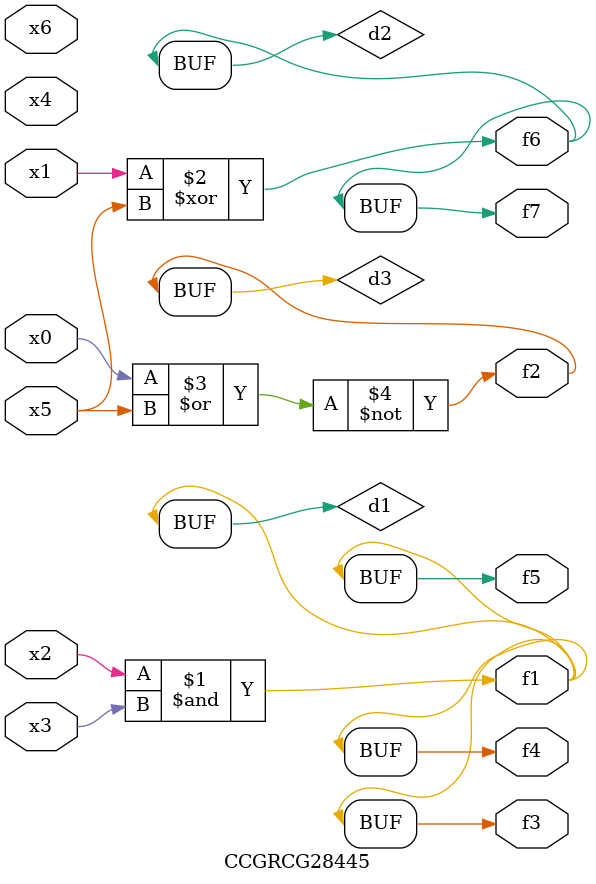
<source format=v>
module CCGRCG28445(
	input x0, x1, x2, x3, x4, x5, x6,
	output f1, f2, f3, f4, f5, f6, f7
);

	wire d1, d2, d3;

	and (d1, x2, x3);
	xor (d2, x1, x5);
	nor (d3, x0, x5);
	assign f1 = d1;
	assign f2 = d3;
	assign f3 = d1;
	assign f4 = d1;
	assign f5 = d1;
	assign f6 = d2;
	assign f7 = d2;
endmodule

</source>
